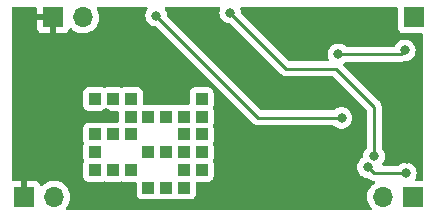
<source format=gbl>
G04 #@! TF.GenerationSoftware,KiCad,Pcbnew,(6.0.1-0)*
G04 #@! TF.CreationDate,2022-03-11T23:13:55+01:00*
G04 #@! TF.ProjectId,SDshield,53447368-6965-46c6-942e-6b696361645f,rev?*
G04 #@! TF.SameCoordinates,Original*
G04 #@! TF.FileFunction,Copper,L2,Bot*
G04 #@! TF.FilePolarity,Positive*
%FSLAX46Y46*%
G04 Gerber Fmt 4.6, Leading zero omitted, Abs format (unit mm)*
G04 Created by KiCad (PCBNEW (6.0.1-0)) date 2022-03-11 23:13:55*
%MOMM*%
%LPD*%
G01*
G04 APERTURE LIST*
G04 #@! TA.AperFunction,SMDPad,CuDef*
%ADD10R,1.000000X1.000000*%
G04 #@! TD*
G04 #@! TA.AperFunction,ComponentPad*
%ADD11R,1.700000X1.700000*%
G04 #@! TD*
G04 #@! TA.AperFunction,ComponentPad*
%ADD12O,1.700000X1.700000*%
G04 #@! TD*
G04 #@! TA.AperFunction,ViaPad*
%ADD13C,0.800000*%
G04 #@! TD*
G04 #@! TA.AperFunction,Conductor*
%ADD14C,0.250000*%
G04 #@! TD*
G04 APERTURE END LIST*
D10*
X148825000Y-88312500D03*
X142825000Y-88312500D03*
X141325000Y-88312500D03*
X139825000Y-88312500D03*
X148825000Y-89812500D03*
X147325000Y-89812500D03*
X145825000Y-89812500D03*
X144325000Y-89812500D03*
X142825000Y-89812500D03*
X148825000Y-91312500D03*
X147325000Y-91312500D03*
X142825000Y-91312500D03*
X141325000Y-91312500D03*
X139825000Y-91312500D03*
X148825000Y-92812500D03*
X147325000Y-92812500D03*
X145825000Y-92812500D03*
X144325000Y-92812500D03*
X139825000Y-92812500D03*
X148825000Y-94312500D03*
X147325000Y-94312500D03*
X142825000Y-94312500D03*
X141325000Y-94312500D03*
X139825000Y-94312500D03*
X147325000Y-95812500D03*
X145825000Y-95812500D03*
X144325000Y-95812500D03*
D11*
X166800000Y-81400000D03*
X136260000Y-81400000D03*
D12*
X138800000Y-81400000D03*
D11*
X166740000Y-96600000D03*
D12*
X164200000Y-96600000D03*
D11*
X133800000Y-96600000D03*
D12*
X136340000Y-96600000D03*
D13*
X140750000Y-89500000D03*
X166200000Y-93400000D03*
X160900000Y-82850000D03*
X159600000Y-87750000D03*
X141250000Y-82500000D03*
X163800000Y-82600000D03*
X161840000Y-93500000D03*
X166025000Y-84200000D03*
X160400000Y-84525000D03*
X160680000Y-89910000D03*
X144972982Y-81249989D03*
X151250000Y-81000000D03*
X163424500Y-93180000D03*
X162880000Y-94080000D03*
X166120000Y-94590000D03*
D14*
X165700000Y-84525000D02*
X166025000Y-84200000D01*
X160400000Y-84525000D02*
X165700000Y-84525000D01*
X153632993Y-89910000D02*
X144972982Y-81249989D01*
X160680000Y-89910000D02*
X153632993Y-89910000D01*
X163424500Y-88962500D02*
X160212000Y-85750000D01*
X163424500Y-93180000D02*
X163424500Y-88962500D01*
X160212000Y-85750000D02*
X156000000Y-85750000D01*
X156000000Y-85750000D02*
X151250000Y-81000000D01*
X163390000Y-94590000D02*
X162880000Y-94080000D01*
X166120000Y-94590000D02*
X163390000Y-94590000D01*
G04 #@! TA.AperFunction,Conductor*
G36*
X134844121Y-80528002D02*
G01*
X134890614Y-80581658D01*
X134902000Y-80634000D01*
X134902000Y-81127885D01*
X134906475Y-81143124D01*
X134907865Y-81144329D01*
X134915548Y-81146000D01*
X136388000Y-81146000D01*
X136456121Y-81166002D01*
X136502614Y-81219658D01*
X136514000Y-81272000D01*
X136514000Y-82739884D01*
X136518475Y-82755123D01*
X136519865Y-82756328D01*
X136527548Y-82757999D01*
X137154669Y-82757999D01*
X137161490Y-82757629D01*
X137212352Y-82752105D01*
X137227604Y-82748479D01*
X137348054Y-82703324D01*
X137363649Y-82694786D01*
X137465724Y-82618285D01*
X137478285Y-82605724D01*
X137554786Y-82503649D01*
X137563324Y-82488054D01*
X137604225Y-82378952D01*
X137646867Y-82322188D01*
X137713428Y-82297488D01*
X137782777Y-82312696D01*
X137817444Y-82340684D01*
X137842865Y-82370031D01*
X137842869Y-82370035D01*
X137846250Y-82373938D01*
X138018126Y-82516632D01*
X138211000Y-82629338D01*
X138419692Y-82709030D01*
X138424760Y-82710061D01*
X138424763Y-82710062D01*
X138532017Y-82731883D01*
X138638597Y-82753567D01*
X138643772Y-82753757D01*
X138643774Y-82753757D01*
X138856673Y-82761564D01*
X138856677Y-82761564D01*
X138861837Y-82761753D01*
X138866957Y-82761097D01*
X138866959Y-82761097D01*
X139078288Y-82734025D01*
X139078289Y-82734025D01*
X139083416Y-82733368D01*
X139088366Y-82731883D01*
X139292429Y-82670661D01*
X139292434Y-82670659D01*
X139297384Y-82669174D01*
X139497994Y-82570896D01*
X139679860Y-82441173D01*
X139838096Y-82283489D01*
X139968453Y-82102077D01*
X140067430Y-81901811D01*
X140132370Y-81688069D01*
X140161529Y-81466590D01*
X140163156Y-81400000D01*
X140144852Y-81177361D01*
X140090431Y-80960702D01*
X140001354Y-80755840D01*
X139966808Y-80702440D01*
X139946601Y-80634380D01*
X139966397Y-80566199D01*
X140019912Y-80519545D01*
X140072600Y-80508000D01*
X144136481Y-80508000D01*
X144204602Y-80528002D01*
X144251095Y-80581658D01*
X144261199Y-80651932D01*
X144238415Y-80708064D01*
X144238365Y-80708133D01*
X144233942Y-80713045D01*
X144230640Y-80718764D01*
X144230638Y-80718767D01*
X144181546Y-80803797D01*
X144138455Y-80878433D01*
X144079440Y-81060061D01*
X144078750Y-81066622D01*
X144078750Y-81066624D01*
X144068305Y-81166002D01*
X144059478Y-81249989D01*
X144060168Y-81256554D01*
X144075245Y-81400000D01*
X144079440Y-81439917D01*
X144138455Y-81621545D01*
X144233942Y-81786933D01*
X144238360Y-81791840D01*
X144238361Y-81791841D01*
X144341558Y-81906453D01*
X144361729Y-81928855D01*
X144516230Y-82041107D01*
X144522258Y-82043791D01*
X144522260Y-82043792D01*
X144662605Y-82106277D01*
X144690694Y-82118783D01*
X144784094Y-82138636D01*
X144871038Y-82157117D01*
X144871043Y-82157117D01*
X144877495Y-82158489D01*
X144933388Y-82158489D01*
X145001509Y-82178491D01*
X145022483Y-82195394D01*
X149088246Y-86261158D01*
X153129341Y-90302253D01*
X153136881Y-90310539D01*
X153140993Y-90317018D01*
X153146770Y-90322443D01*
X153190644Y-90363643D01*
X153193486Y-90366398D01*
X153213223Y-90386135D01*
X153216420Y-90388615D01*
X153225440Y-90396318D01*
X153257672Y-90426586D01*
X153264618Y-90430405D01*
X153264621Y-90430407D01*
X153275427Y-90436348D01*
X153291946Y-90447199D01*
X153307952Y-90459614D01*
X153315221Y-90462759D01*
X153315225Y-90462762D01*
X153348530Y-90477174D01*
X153359180Y-90482391D01*
X153397933Y-90503695D01*
X153405608Y-90505666D01*
X153405609Y-90505666D01*
X153417555Y-90508733D01*
X153436259Y-90515137D01*
X153443502Y-90518271D01*
X153454848Y-90523181D01*
X153462671Y-90524420D01*
X153462681Y-90524423D01*
X153498517Y-90530099D01*
X153510137Y-90532505D01*
X153545282Y-90541528D01*
X153552963Y-90543500D01*
X153573217Y-90543500D01*
X153592927Y-90545051D01*
X153612936Y-90548220D01*
X153620828Y-90547474D01*
X153656954Y-90544059D01*
X153668812Y-90543500D01*
X159971800Y-90543500D01*
X160039921Y-90563502D01*
X160059147Y-90579843D01*
X160059420Y-90579540D01*
X160064332Y-90583963D01*
X160068747Y-90588866D01*
X160223248Y-90701118D01*
X160229276Y-90703802D01*
X160229278Y-90703803D01*
X160391681Y-90776109D01*
X160397712Y-90778794D01*
X160491113Y-90798647D01*
X160578056Y-90817128D01*
X160578061Y-90817128D01*
X160584513Y-90818500D01*
X160775487Y-90818500D01*
X160781939Y-90817128D01*
X160781944Y-90817128D01*
X160868888Y-90798647D01*
X160962288Y-90778794D01*
X160968319Y-90776109D01*
X161130722Y-90703803D01*
X161130724Y-90703802D01*
X161136752Y-90701118D01*
X161291253Y-90588866D01*
X161317960Y-90559205D01*
X161414621Y-90451852D01*
X161414622Y-90451851D01*
X161419040Y-90446944D01*
X161497669Y-90310755D01*
X161511223Y-90287279D01*
X161511224Y-90287278D01*
X161514527Y-90281556D01*
X161573542Y-90099928D01*
X161593504Y-89910000D01*
X161573542Y-89720072D01*
X161514527Y-89538444D01*
X161419040Y-89373056D01*
X161390179Y-89341002D01*
X161295675Y-89236045D01*
X161295674Y-89236044D01*
X161291253Y-89231134D01*
X161136752Y-89118882D01*
X161130724Y-89116198D01*
X161130722Y-89116197D01*
X160968319Y-89043891D01*
X160968318Y-89043891D01*
X160962288Y-89041206D01*
X160854388Y-89018271D01*
X160781944Y-89002872D01*
X160781939Y-89002872D01*
X160775487Y-89001500D01*
X160584513Y-89001500D01*
X160578061Y-89002872D01*
X160578056Y-89002872D01*
X160505612Y-89018271D01*
X160397712Y-89041206D01*
X160391682Y-89043891D01*
X160391681Y-89043891D01*
X160229278Y-89116197D01*
X160229276Y-89116198D01*
X160223248Y-89118882D01*
X160068747Y-89231134D01*
X160064332Y-89236037D01*
X160059420Y-89240460D01*
X160058295Y-89239211D01*
X160004986Y-89272051D01*
X159971800Y-89276500D01*
X153947587Y-89276500D01*
X153879466Y-89256498D01*
X153858492Y-89239595D01*
X145920104Y-81301206D01*
X145886078Y-81238894D01*
X145883889Y-81225281D01*
X145867214Y-81066624D01*
X145867214Y-81066622D01*
X145866524Y-81060061D01*
X145807509Y-80878433D01*
X145764418Y-80803797D01*
X145715326Y-80718767D01*
X145715324Y-80718764D01*
X145712022Y-80713045D01*
X145707599Y-80708133D01*
X145707549Y-80708064D01*
X145683689Y-80641196D01*
X145699767Y-80572044D01*
X145750680Y-80522563D01*
X145809483Y-80508000D01*
X150281184Y-80508000D01*
X150349305Y-80528002D01*
X150395798Y-80581658D01*
X150405902Y-80651932D01*
X150401019Y-80672929D01*
X150356458Y-80810072D01*
X150355768Y-80816633D01*
X150355768Y-80816635D01*
X150349273Y-80878433D01*
X150336496Y-81000000D01*
X150337186Y-81006565D01*
X150355680Y-81182522D01*
X150356458Y-81189928D01*
X150415473Y-81371556D01*
X150510960Y-81536944D01*
X150515378Y-81541851D01*
X150515379Y-81541852D01*
X150617862Y-81655671D01*
X150638747Y-81678866D01*
X150793248Y-81791118D01*
X150799276Y-81793802D01*
X150799278Y-81793803D01*
X150961681Y-81866109D01*
X150967712Y-81868794D01*
X151061113Y-81888647D01*
X151148056Y-81907128D01*
X151148061Y-81907128D01*
X151154513Y-81908500D01*
X151210406Y-81908500D01*
X151278527Y-81928502D01*
X151299501Y-81945405D01*
X155496343Y-86142247D01*
X155503887Y-86150537D01*
X155508000Y-86157018D01*
X155513777Y-86162443D01*
X155557667Y-86203658D01*
X155560509Y-86206413D01*
X155580230Y-86226134D01*
X155583425Y-86228612D01*
X155592447Y-86236318D01*
X155624679Y-86266586D01*
X155631628Y-86270406D01*
X155642432Y-86276346D01*
X155658956Y-86287199D01*
X155674959Y-86299613D01*
X155715543Y-86317176D01*
X155726173Y-86322383D01*
X155764940Y-86343695D01*
X155772617Y-86345666D01*
X155772622Y-86345668D01*
X155784558Y-86348732D01*
X155803266Y-86355137D01*
X155821855Y-86363181D01*
X155829680Y-86364420D01*
X155829682Y-86364421D01*
X155865519Y-86370097D01*
X155877140Y-86372504D01*
X155912289Y-86381528D01*
X155919970Y-86383500D01*
X155940231Y-86383500D01*
X155959940Y-86385051D01*
X155979943Y-86388219D01*
X155987835Y-86387473D01*
X155993062Y-86386979D01*
X156023954Y-86384059D01*
X156035811Y-86383500D01*
X159897406Y-86383500D01*
X159965527Y-86403502D01*
X159986501Y-86420405D01*
X162754095Y-89188000D01*
X162788121Y-89250312D01*
X162791000Y-89277095D01*
X162791000Y-92477476D01*
X162770998Y-92545597D01*
X162758642Y-92561779D01*
X162685460Y-92643056D01*
X162589973Y-92808444D01*
X162530958Y-92990072D01*
X162510996Y-93180000D01*
X162508156Y-93179702D01*
X162491684Y-93235802D01*
X162436936Y-93282787D01*
X162429283Y-93286194D01*
X162429275Y-93286199D01*
X162423248Y-93288882D01*
X162417907Y-93292762D01*
X162417906Y-93292763D01*
X162389324Y-93313529D01*
X162268747Y-93401134D01*
X162140960Y-93543056D01*
X162045473Y-93708444D01*
X161986458Y-93890072D01*
X161966496Y-94080000D01*
X161986458Y-94269928D01*
X162045473Y-94451556D01*
X162140960Y-94616944D01*
X162268747Y-94758866D01*
X162331376Y-94804369D01*
X162413494Y-94864031D01*
X162423248Y-94871118D01*
X162429276Y-94873802D01*
X162429278Y-94873803D01*
X162591681Y-94946109D01*
X162597712Y-94948794D01*
X162684677Y-94967279D01*
X162778056Y-94987128D01*
X162778061Y-94987128D01*
X162784513Y-94988500D01*
X162839043Y-94988500D01*
X162907164Y-95008502D01*
X162925296Y-95022650D01*
X162947651Y-95043643D01*
X162950493Y-95046398D01*
X162970230Y-95066135D01*
X162973427Y-95068615D01*
X162982447Y-95076318D01*
X163014679Y-95106586D01*
X163021625Y-95110405D01*
X163021628Y-95110407D01*
X163032434Y-95116348D01*
X163048953Y-95127199D01*
X163064959Y-95139614D01*
X163072228Y-95142759D01*
X163072232Y-95142762D01*
X163105537Y-95157174D01*
X163116187Y-95162391D01*
X163154940Y-95183695D01*
X163162615Y-95185666D01*
X163162616Y-95185666D01*
X163174562Y-95188733D01*
X163193267Y-95195137D01*
X163211855Y-95203181D01*
X163219678Y-95204420D01*
X163219688Y-95204423D01*
X163255524Y-95210099D01*
X163267144Y-95212505D01*
X163302172Y-95221498D01*
X163309970Y-95223500D01*
X163330224Y-95223500D01*
X163349934Y-95225051D01*
X163369943Y-95228220D01*
X163377835Y-95227474D01*
X163385758Y-95227723D01*
X163385705Y-95229422D01*
X163446064Y-95241115D01*
X163497401Y-95290157D01*
X163514074Y-95359168D01*
X163490789Y-95426238D01*
X163463875Y-95453814D01*
X163407545Y-95496108D01*
X163294965Y-95580635D01*
X163255525Y-95621907D01*
X163201280Y-95678671D01*
X163140629Y-95742138D01*
X163014743Y-95926680D01*
X162920688Y-96129305D01*
X162860989Y-96344570D01*
X162837251Y-96566695D01*
X162837548Y-96571848D01*
X162837548Y-96571851D01*
X162843850Y-96681142D01*
X162850110Y-96789715D01*
X162851247Y-96794761D01*
X162851248Y-96794767D01*
X162862031Y-96842614D01*
X162899222Y-97007639D01*
X162983266Y-97214616D01*
X163099987Y-97405088D01*
X163103371Y-97408994D01*
X163103372Y-97408996D01*
X163211223Y-97533503D01*
X163240706Y-97598088D01*
X163230591Y-97668360D01*
X163184090Y-97722009D01*
X163115986Y-97742000D01*
X137423625Y-97742000D01*
X137355504Y-97721998D01*
X137309011Y-97668342D01*
X137298907Y-97598068D01*
X137328401Y-97533488D01*
X137334685Y-97526749D01*
X137374435Y-97487137D01*
X137378096Y-97483489D01*
X137437594Y-97400689D01*
X137505435Y-97306277D01*
X137508453Y-97302077D01*
X137607430Y-97101811D01*
X137672370Y-96888069D01*
X137701529Y-96666590D01*
X137703156Y-96600000D01*
X137684852Y-96377361D01*
X137630431Y-96160702D01*
X137541354Y-95955840D01*
X137420014Y-95768277D01*
X137269670Y-95603051D01*
X137265619Y-95599852D01*
X137265615Y-95599848D01*
X137098414Y-95467800D01*
X137098410Y-95467798D01*
X137094359Y-95464598D01*
X136898789Y-95356638D01*
X136893920Y-95354914D01*
X136893916Y-95354912D01*
X136693087Y-95283795D01*
X136693083Y-95283794D01*
X136688212Y-95282069D01*
X136683119Y-95281162D01*
X136683116Y-95281161D01*
X136473373Y-95243800D01*
X136473367Y-95243799D01*
X136468284Y-95242894D01*
X136394452Y-95241992D01*
X136250081Y-95240228D01*
X136250079Y-95240228D01*
X136244911Y-95240165D01*
X136024091Y-95273955D01*
X135811756Y-95343357D01*
X135781443Y-95359137D01*
X135654797Y-95425065D01*
X135613607Y-95446507D01*
X135609474Y-95449610D01*
X135609471Y-95449612D01*
X135526450Y-95511946D01*
X135434965Y-95580635D01*
X135431393Y-95584373D01*
X135353898Y-95665466D01*
X135292374Y-95700895D01*
X135221462Y-95697438D01*
X135163676Y-95656192D01*
X135144823Y-95622644D01*
X135103324Y-95511946D01*
X135094786Y-95496351D01*
X135018285Y-95394276D01*
X135005724Y-95381715D01*
X134903649Y-95305214D01*
X134888054Y-95296676D01*
X134767606Y-95251522D01*
X134752351Y-95247895D01*
X134701486Y-95242369D01*
X134694672Y-95242000D01*
X134072115Y-95242000D01*
X134056876Y-95246475D01*
X134055671Y-95247865D01*
X134054000Y-95255548D01*
X134054000Y-96728000D01*
X134033998Y-96796121D01*
X133980342Y-96842614D01*
X133928000Y-96854000D01*
X133672000Y-96854000D01*
X133603879Y-96833998D01*
X133557386Y-96780342D01*
X133546000Y-96728000D01*
X133546000Y-95260116D01*
X133541525Y-95244877D01*
X133540135Y-95243672D01*
X133532452Y-95242001D01*
X132905331Y-95242001D01*
X132898525Y-95242370D01*
X132897611Y-95242469D01*
X132897398Y-95242431D01*
X132895123Y-95242554D01*
X132895094Y-95242018D01*
X132827728Y-95229942D01*
X132775711Y-95181623D01*
X132758000Y-95117206D01*
X132758000Y-94860634D01*
X138816500Y-94860634D01*
X138823255Y-94922816D01*
X138874385Y-95059205D01*
X138961739Y-95175761D01*
X139078295Y-95263115D01*
X139214684Y-95314245D01*
X139276866Y-95321000D01*
X140373134Y-95321000D01*
X140435316Y-95314245D01*
X140442712Y-95311473D01*
X140442718Y-95311471D01*
X140530771Y-95278461D01*
X140601578Y-95273278D01*
X140619229Y-95278461D01*
X140707282Y-95311471D01*
X140707288Y-95311473D01*
X140714684Y-95314245D01*
X140776866Y-95321000D01*
X141873134Y-95321000D01*
X141935316Y-95314245D01*
X141942712Y-95311473D01*
X141942718Y-95311471D01*
X142030771Y-95278461D01*
X142101578Y-95273278D01*
X142119229Y-95278461D01*
X142207282Y-95311471D01*
X142207288Y-95311473D01*
X142214684Y-95314245D01*
X142276866Y-95321000D01*
X143190500Y-95321000D01*
X143258621Y-95341002D01*
X143305114Y-95394658D01*
X143316500Y-95447000D01*
X143316500Y-96360634D01*
X143323255Y-96422816D01*
X143374385Y-96559205D01*
X143461739Y-96675761D01*
X143578295Y-96763115D01*
X143714684Y-96814245D01*
X143776866Y-96821000D01*
X144873134Y-96821000D01*
X144935316Y-96814245D01*
X144942712Y-96811473D01*
X144942718Y-96811471D01*
X145030771Y-96778461D01*
X145101578Y-96773278D01*
X145119229Y-96778461D01*
X145207282Y-96811471D01*
X145207288Y-96811473D01*
X145214684Y-96814245D01*
X145276866Y-96821000D01*
X146373134Y-96821000D01*
X146435316Y-96814245D01*
X146442712Y-96811473D01*
X146442718Y-96811471D01*
X146530771Y-96778461D01*
X146601578Y-96773278D01*
X146619229Y-96778461D01*
X146707282Y-96811471D01*
X146707288Y-96811473D01*
X146714684Y-96814245D01*
X146776866Y-96821000D01*
X147873134Y-96821000D01*
X147935316Y-96814245D01*
X148071705Y-96763115D01*
X148188261Y-96675761D01*
X148275615Y-96559205D01*
X148326745Y-96422816D01*
X148333500Y-96360634D01*
X148333500Y-95447000D01*
X148353502Y-95378879D01*
X148407158Y-95332386D01*
X148459500Y-95321000D01*
X149373134Y-95321000D01*
X149435316Y-95314245D01*
X149571705Y-95263115D01*
X149688261Y-95175761D01*
X149775615Y-95059205D01*
X149826745Y-94922816D01*
X149833500Y-94860634D01*
X149833500Y-93764366D01*
X149826745Y-93702184D01*
X149823973Y-93694788D01*
X149823971Y-93694782D01*
X149790961Y-93606729D01*
X149785778Y-93535922D01*
X149790961Y-93518271D01*
X149823971Y-93430218D01*
X149823973Y-93430212D01*
X149826745Y-93422816D01*
X149833500Y-93360634D01*
X149833500Y-92264366D01*
X149826745Y-92202184D01*
X149823973Y-92194788D01*
X149823971Y-92194782D01*
X149790961Y-92106729D01*
X149785778Y-92035922D01*
X149790961Y-92018271D01*
X149823971Y-91930218D01*
X149823973Y-91930212D01*
X149826745Y-91922816D01*
X149833500Y-91860634D01*
X149833500Y-90764366D01*
X149826745Y-90702184D01*
X149823973Y-90694788D01*
X149823971Y-90694782D01*
X149790961Y-90606729D01*
X149785778Y-90535922D01*
X149790961Y-90518271D01*
X149823971Y-90430218D01*
X149823973Y-90430212D01*
X149826745Y-90422816D01*
X149833500Y-90360634D01*
X149833500Y-89264366D01*
X149826745Y-89202184D01*
X149823973Y-89194788D01*
X149823971Y-89194782D01*
X149790961Y-89106729D01*
X149785778Y-89035922D01*
X149790961Y-89018271D01*
X149823971Y-88930218D01*
X149823973Y-88930212D01*
X149826745Y-88922816D01*
X149833500Y-88860634D01*
X149833500Y-87764366D01*
X149826745Y-87702184D01*
X149775615Y-87565795D01*
X149688261Y-87449239D01*
X149571705Y-87361885D01*
X149435316Y-87310755D01*
X149373134Y-87304000D01*
X148276866Y-87304000D01*
X148214684Y-87310755D01*
X148078295Y-87361885D01*
X147961739Y-87449239D01*
X147874385Y-87565795D01*
X147823255Y-87702184D01*
X147816500Y-87764366D01*
X147816500Y-88678000D01*
X147796498Y-88746121D01*
X147742842Y-88792614D01*
X147690500Y-88804000D01*
X146776866Y-88804000D01*
X146714684Y-88810755D01*
X146707288Y-88813527D01*
X146707282Y-88813529D01*
X146619229Y-88846539D01*
X146548422Y-88851722D01*
X146530771Y-88846539D01*
X146442718Y-88813529D01*
X146442712Y-88813527D01*
X146435316Y-88810755D01*
X146373134Y-88804000D01*
X145276866Y-88804000D01*
X145214684Y-88810755D01*
X145207288Y-88813527D01*
X145207282Y-88813529D01*
X145119229Y-88846539D01*
X145048422Y-88851722D01*
X145030771Y-88846539D01*
X144942718Y-88813529D01*
X144942712Y-88813527D01*
X144935316Y-88810755D01*
X144873134Y-88804000D01*
X143959500Y-88804000D01*
X143891379Y-88783998D01*
X143844886Y-88730342D01*
X143833500Y-88678000D01*
X143833500Y-87764366D01*
X143826745Y-87702184D01*
X143775615Y-87565795D01*
X143688261Y-87449239D01*
X143571705Y-87361885D01*
X143435316Y-87310755D01*
X143373134Y-87304000D01*
X142276866Y-87304000D01*
X142214684Y-87310755D01*
X142207288Y-87313527D01*
X142207282Y-87313529D01*
X142119229Y-87346539D01*
X142048422Y-87351722D01*
X142030771Y-87346539D01*
X141942718Y-87313529D01*
X141942712Y-87313527D01*
X141935316Y-87310755D01*
X141873134Y-87304000D01*
X140776866Y-87304000D01*
X140714684Y-87310755D01*
X140707288Y-87313527D01*
X140707282Y-87313529D01*
X140619229Y-87346539D01*
X140548422Y-87351722D01*
X140530771Y-87346539D01*
X140442718Y-87313529D01*
X140442712Y-87313527D01*
X140435316Y-87310755D01*
X140373134Y-87304000D01*
X139276866Y-87304000D01*
X139214684Y-87310755D01*
X139078295Y-87361885D01*
X138961739Y-87449239D01*
X138874385Y-87565795D01*
X138823255Y-87702184D01*
X138816500Y-87764366D01*
X138816500Y-88860634D01*
X138823255Y-88922816D01*
X138874385Y-89059205D01*
X138961739Y-89175761D01*
X139078295Y-89263115D01*
X139214684Y-89314245D01*
X139276866Y-89321000D01*
X140373134Y-89321000D01*
X140435316Y-89314245D01*
X140442712Y-89311473D01*
X140442718Y-89311471D01*
X140530771Y-89278461D01*
X140601578Y-89273278D01*
X140619229Y-89278461D01*
X140707282Y-89311471D01*
X140707288Y-89311473D01*
X140714684Y-89314245D01*
X140776866Y-89321000D01*
X141690500Y-89321000D01*
X141758621Y-89341002D01*
X141805114Y-89394658D01*
X141816500Y-89447000D01*
X141816500Y-90178000D01*
X141796498Y-90246121D01*
X141742842Y-90292614D01*
X141690500Y-90304000D01*
X140776866Y-90304000D01*
X140714684Y-90310755D01*
X140707288Y-90313527D01*
X140707282Y-90313529D01*
X140619229Y-90346539D01*
X140548422Y-90351722D01*
X140530771Y-90346539D01*
X140442718Y-90313529D01*
X140442712Y-90313527D01*
X140435316Y-90310755D01*
X140373134Y-90304000D01*
X139276866Y-90304000D01*
X139214684Y-90310755D01*
X139078295Y-90361885D01*
X138961739Y-90449239D01*
X138874385Y-90565795D01*
X138823255Y-90702184D01*
X138816500Y-90764366D01*
X138816500Y-91860634D01*
X138823255Y-91922816D01*
X138826027Y-91930212D01*
X138826029Y-91930218D01*
X138859039Y-92018271D01*
X138864222Y-92089078D01*
X138859039Y-92106729D01*
X138826029Y-92194782D01*
X138826027Y-92194788D01*
X138823255Y-92202184D01*
X138816500Y-92264366D01*
X138816500Y-93360634D01*
X138823255Y-93422816D01*
X138826027Y-93430212D01*
X138826029Y-93430218D01*
X138859039Y-93518271D01*
X138864222Y-93589078D01*
X138859039Y-93606729D01*
X138826029Y-93694782D01*
X138826027Y-93694788D01*
X138823255Y-93702184D01*
X138816500Y-93764366D01*
X138816500Y-94860634D01*
X132758000Y-94860634D01*
X132758000Y-82294669D01*
X134902001Y-82294669D01*
X134902371Y-82301490D01*
X134907895Y-82352352D01*
X134911521Y-82367604D01*
X134956676Y-82488054D01*
X134965214Y-82503649D01*
X135041715Y-82605724D01*
X135054276Y-82618285D01*
X135156351Y-82694786D01*
X135171946Y-82703324D01*
X135292394Y-82748478D01*
X135307649Y-82752105D01*
X135358514Y-82757631D01*
X135365328Y-82758000D01*
X135987885Y-82758000D01*
X136003124Y-82753525D01*
X136004329Y-82752135D01*
X136006000Y-82744452D01*
X136006000Y-81672115D01*
X136001525Y-81656876D01*
X136000135Y-81655671D01*
X135992452Y-81654000D01*
X134920116Y-81654000D01*
X134904877Y-81658475D01*
X134903672Y-81659865D01*
X134902001Y-81667548D01*
X134902001Y-82294669D01*
X132758000Y-82294669D01*
X132758000Y-80634000D01*
X132778002Y-80565879D01*
X132831658Y-80519386D01*
X132884000Y-80508000D01*
X134776000Y-80508000D01*
X134844121Y-80528002D01*
G37*
G04 #@! TD.AperFunction*
G04 #@! TA.AperFunction,Conductor*
G36*
X165383621Y-80528002D02*
G01*
X165430114Y-80581658D01*
X165441500Y-80634000D01*
X165441500Y-82298134D01*
X165448255Y-82360316D01*
X165499385Y-82496705D01*
X165586739Y-82613261D01*
X165703295Y-82700615D01*
X165839684Y-82751745D01*
X165901866Y-82758500D01*
X167466000Y-82758500D01*
X167534121Y-82778502D01*
X167580614Y-82832158D01*
X167592000Y-82884500D01*
X167592000Y-95115500D01*
X167571998Y-95183621D01*
X167518342Y-95230114D01*
X167466000Y-95241500D01*
X167011139Y-95241500D01*
X166943018Y-95221498D01*
X166896525Y-95167842D01*
X166886421Y-95097568D01*
X166902020Y-95052500D01*
X166903004Y-95050797D01*
X166954527Y-94961556D01*
X167013542Y-94779928D01*
X167033504Y-94590000D01*
X167013542Y-94400072D01*
X166954527Y-94218444D01*
X166859040Y-94053056D01*
X166731253Y-93911134D01*
X166606687Y-93820631D01*
X166582094Y-93802763D01*
X166582093Y-93802762D01*
X166576752Y-93798882D01*
X166570724Y-93796198D01*
X166570722Y-93796197D01*
X166408319Y-93723891D01*
X166408318Y-93723891D01*
X166402288Y-93721206D01*
X166277974Y-93694782D01*
X166221944Y-93682872D01*
X166221939Y-93682872D01*
X166215487Y-93681500D01*
X166024513Y-93681500D01*
X166018061Y-93682872D01*
X166018056Y-93682872D01*
X165962026Y-93694782D01*
X165837712Y-93721206D01*
X165831682Y-93723891D01*
X165831681Y-93723891D01*
X165669278Y-93796197D01*
X165669276Y-93796198D01*
X165663248Y-93798882D01*
X165657907Y-93802762D01*
X165657906Y-93802763D01*
X165633313Y-93820631D01*
X165508747Y-93911134D01*
X165504332Y-93916037D01*
X165499420Y-93920460D01*
X165498295Y-93919211D01*
X165444986Y-93952051D01*
X165411800Y-93956500D01*
X164230843Y-93956500D01*
X164162722Y-93936498D01*
X164116229Y-93882842D01*
X164106125Y-93812568D01*
X164137205Y-93746192D01*
X164163540Y-93716944D01*
X164250806Y-93565795D01*
X164255723Y-93557279D01*
X164255724Y-93557278D01*
X164259027Y-93551556D01*
X164318042Y-93369928D01*
X164318888Y-93361885D01*
X164337314Y-93186565D01*
X164338004Y-93180000D01*
X164318042Y-92990072D01*
X164259027Y-92808444D01*
X164163540Y-92643056D01*
X164090363Y-92561785D01*
X164059647Y-92497779D01*
X164058000Y-92477476D01*
X164058000Y-89041267D01*
X164058527Y-89030084D01*
X164060202Y-89022591D01*
X164058062Y-88954514D01*
X164058000Y-88950555D01*
X164058000Y-88922644D01*
X164057495Y-88918644D01*
X164056562Y-88906801D01*
X164055422Y-88870530D01*
X164055173Y-88862611D01*
X164049521Y-88843157D01*
X164045513Y-88823800D01*
X164043968Y-88811570D01*
X164043968Y-88811569D01*
X164042974Y-88803703D01*
X164040055Y-88796330D01*
X164026696Y-88762588D01*
X164022851Y-88751358D01*
X164012729Y-88716517D01*
X164012729Y-88716516D01*
X164010518Y-88708907D01*
X164006485Y-88702088D01*
X164006483Y-88702083D01*
X164000207Y-88691472D01*
X163991512Y-88673724D01*
X163984052Y-88654883D01*
X163958064Y-88619113D01*
X163951548Y-88609193D01*
X163933080Y-88577965D01*
X163933078Y-88577962D01*
X163929042Y-88571138D01*
X163914721Y-88556817D01*
X163901880Y-88541783D01*
X163894631Y-88531806D01*
X163889972Y-88525393D01*
X163855895Y-88497202D01*
X163847116Y-88489212D01*
X160855234Y-85497329D01*
X160821208Y-85435017D01*
X160826273Y-85364201D01*
X160870268Y-85306298D01*
X161005914Y-85207745D01*
X161011253Y-85203866D01*
X161015668Y-85198963D01*
X161020580Y-85194540D01*
X161021705Y-85195789D01*
X161075014Y-85162949D01*
X161108200Y-85158500D01*
X165621233Y-85158500D01*
X165632416Y-85159027D01*
X165639909Y-85160702D01*
X165647835Y-85160453D01*
X165647836Y-85160453D01*
X165707986Y-85158562D01*
X165711945Y-85158500D01*
X165739856Y-85158500D01*
X165743791Y-85158003D01*
X165743856Y-85157995D01*
X165755693Y-85157062D01*
X165787951Y-85156048D01*
X165791970Y-85155922D01*
X165799889Y-85155673D01*
X165819343Y-85150021D01*
X165838700Y-85146013D01*
X165850930Y-85144468D01*
X165850931Y-85144468D01*
X165858797Y-85143474D01*
X165866168Y-85140555D01*
X165866170Y-85140555D01*
X165899912Y-85127196D01*
X165911141Y-85123351D01*
X165945042Y-85113502D01*
X165980191Y-85108500D01*
X166120487Y-85108500D01*
X166126939Y-85107128D01*
X166126944Y-85107128D01*
X166213887Y-85088647D01*
X166307288Y-85068794D01*
X166313319Y-85066109D01*
X166475722Y-84993803D01*
X166475724Y-84993802D01*
X166481752Y-84991118D01*
X166636253Y-84878866D01*
X166764040Y-84736944D01*
X166859527Y-84571556D01*
X166918542Y-84389928D01*
X166924968Y-84328794D01*
X166937814Y-84206565D01*
X166938504Y-84200000D01*
X166918542Y-84010072D01*
X166859527Y-83828444D01*
X166764040Y-83663056D01*
X166636253Y-83521134D01*
X166481752Y-83408882D01*
X166475724Y-83406198D01*
X166475722Y-83406197D01*
X166313319Y-83333891D01*
X166313318Y-83333891D01*
X166307288Y-83331206D01*
X166213887Y-83311353D01*
X166126944Y-83292872D01*
X166126939Y-83292872D01*
X166120487Y-83291500D01*
X165929513Y-83291500D01*
X165923061Y-83292872D01*
X165923056Y-83292872D01*
X165836113Y-83311353D01*
X165742712Y-83331206D01*
X165736682Y-83333891D01*
X165736681Y-83333891D01*
X165574278Y-83406197D01*
X165574276Y-83406198D01*
X165568248Y-83408882D01*
X165413747Y-83521134D01*
X165285960Y-83663056D01*
X165190473Y-83828444D01*
X165187824Y-83826915D01*
X165150350Y-83870914D01*
X165081329Y-83891500D01*
X161108200Y-83891500D01*
X161040079Y-83871498D01*
X161020853Y-83855157D01*
X161020580Y-83855460D01*
X161015668Y-83851037D01*
X161011253Y-83846134D01*
X160856752Y-83733882D01*
X160850724Y-83731198D01*
X160850722Y-83731197D01*
X160688319Y-83658891D01*
X160688318Y-83658891D01*
X160682288Y-83656206D01*
X160588887Y-83636353D01*
X160501944Y-83617872D01*
X160501939Y-83617872D01*
X160495487Y-83616500D01*
X160304513Y-83616500D01*
X160298061Y-83617872D01*
X160298056Y-83617872D01*
X160211113Y-83636353D01*
X160117712Y-83656206D01*
X160111682Y-83658891D01*
X160111681Y-83658891D01*
X159949278Y-83731197D01*
X159949276Y-83731198D01*
X159943248Y-83733882D01*
X159788747Y-83846134D01*
X159660960Y-83988056D01*
X159565473Y-84153444D01*
X159506458Y-84335072D01*
X159505768Y-84341633D01*
X159505768Y-84341635D01*
X159487186Y-84518435D01*
X159486496Y-84525000D01*
X159506458Y-84714928D01*
X159565473Y-84896556D01*
X159568777Y-84902278D01*
X159568778Y-84902281D01*
X159583338Y-84927499D01*
X159600077Y-84996494D01*
X159576857Y-85063586D01*
X159521051Y-85107474D01*
X159474220Y-85116500D01*
X156314595Y-85116500D01*
X156246474Y-85096498D01*
X156225500Y-85079595D01*
X152197122Y-81051217D01*
X152163096Y-80988905D01*
X152160907Y-80975292D01*
X152144232Y-80816635D01*
X152144232Y-80816633D01*
X152143542Y-80810072D01*
X152098983Y-80672934D01*
X152096955Y-80601969D01*
X152133617Y-80541171D01*
X152197330Y-80509846D01*
X152218816Y-80508000D01*
X165315500Y-80508000D01*
X165383621Y-80528002D01*
G37*
G04 #@! TD.AperFunction*
M02*

</source>
